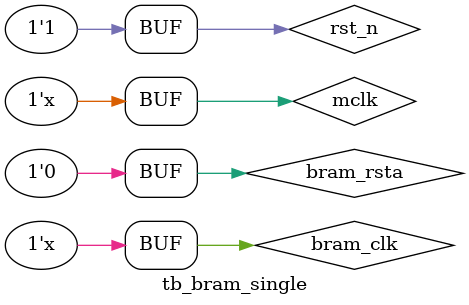
<source format=sv>
`timescale 1ns / 1ps


/**********************************
	Single Port BRAM Testbench
***********************************/


module tb_bram_single();


localparam NUM_TESTS = 10;		// 읽기 & 쓰기 횟수
localparam READ_LATENCY = 1;	// BRAM Read 지연시간: 1클럭


// testbench 신호
logic mclk;
logic rst_n;
logic [3:0] curr_addr;


// DUT 인터페이스
logic bram_clk;
logic bram_rsta;
logic bram_ena;
logic bram_wea;
logic [3:0] bram_addra;
logic [15:0] bram_dina;
logic [15:0] bram_douta;
logic bram_rsta_busy;


// FSM State
enum logic [1:0] {
	WRITE,
	WRITE_DONE,
	READ,
	READ_DONE
} state, next_state;


// DUT
bram_single dut (
  .clka 	(bram_clk),
  .rsta 	(bram_rsta),
  .ena 		(bram_ena),
  .wea 		(bram_wea),
  .addra 	(bram_addra),
  .dina 	(bram_dina),
  .douta 	(bram_douta),
  .rsta_busy(bram_rsta_busy)
);


assign bram_clk = mclk;
assign bram_rsta = ~rst_n;




/*********************************************
* 	      테스트벤치 리셋 & 클럭 생성
**********************************************/
initial begin
	mclk = 0;
	rst_n = 1;

	#40
	rst_n = 0;

	#40
	rst_n = 1;

end

always begin
	#5 mclk = ~mclk;
end




/*********************************************
* 			          FSM
**********************************************/

// state reg
always_ff @ (posedge bram_clk or negedge rst_n) begin
	if (!rst_n)	state 	<= WRITE;
	else		state 	<= next_state;
end


// next state
always_comb begin

	next_state = state;

	case (state) 
		WRITE: begin
			if (curr_addr == NUM_TESTS)
				next_state = WRITE_DONE;
		end

		WRITE_DONE: 
			next_state = READ;

		READ: begin
			if (curr_addr == NUM_TESTS + READ_LATENCY)
				next_state = READ_DONE;
		end

		READ_DONE: 
			next_state = state;
	endcase
end


// output logic
always_ff @ (posedge bram_clk or negedge rst_n) begin
	if (!rst_n) begin
		bram_wea 	<= 0;
		bram_addra 	<= 0;
		bram_dina 	<= 0;
		bram_ena 	<= 0;
		curr_addr 	<= 0;
	end else begin
		if (!bram_rsta_busy) begin
			bram_ena 	<= 0;
			bram_wea 	<= 0;
			bram_addra 	<= 0;
			bram_dina 	<= 0;
			curr_addr 	<= 0;

			case (next_state)
				WRITE: begin
					bram_ena 	<= 1;
					bram_wea 	<= 1;
					bram_dina 	<= {12'b0, curr_addr};
					bram_addra 	<= curr_addr;
					curr_addr 	<= curr_addr + 1;
				end

				READ: begin
					bram_ena 	<= 1;
					bram_wea 	<= 0;
					bram_addra 	<= curr_addr;
					curr_addr	<= curr_addr + 1;
				end
			endcase
		end
	end
end




endmodule

</source>
